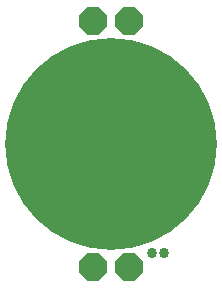
<source format=gbs>
G75*
%MOIN*%
%OFA0B0*%
%FSLAX25Y25*%
%IPPOS*%
%LPD*%
%AMOC8*
5,1,8,0,0,1.08239X$1,22.5*
%
%ADD10C,0.70600*%
%ADD11OC8,0.09200*%
%ADD12C,0.04362*%
%ADD13C,0.03378*%
D10*
X0056082Y0047850D03*
D11*
X0050082Y0006850D03*
X0062082Y0006850D03*
X0062082Y0088850D03*
X0050082Y0088850D03*
D12*
X0068582Y0069100D03*
X0068582Y0064100D03*
X0069832Y0057850D03*
X0074832Y0057850D03*
X0069832Y0036600D03*
X0064832Y0030350D03*
X0064832Y0025350D03*
D13*
X0069832Y0011600D03*
X0073582Y0011600D03*
M02*

</source>
